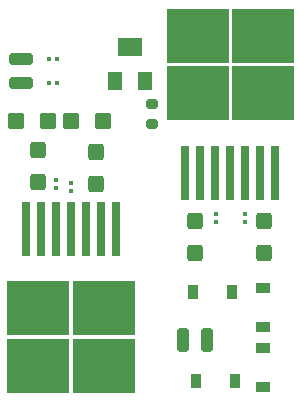
<source format=gbr>
%TF.GenerationSoftware,KiCad,Pcbnew,(6.0.5)*%
%TF.CreationDate,2022-07-12T16:10:34-04:00*%
%TF.ProjectId,torque_motor_design,746f7271-7565-45f6-9d6f-746f725f6465,rev?*%
%TF.SameCoordinates,Original*%
%TF.FileFunction,Paste,Top*%
%TF.FilePolarity,Positive*%
%FSLAX46Y46*%
G04 Gerber Fmt 4.6, Leading zero omitted, Abs format (unit mm)*
G04 Created by KiCad (PCBNEW (6.0.5)) date 2022-07-12 16:10:34*
%MOMM*%
%LPD*%
G01*
G04 APERTURE LIST*
G04 Aperture macros list*
%AMRoundRect*
0 Rectangle with rounded corners*
0 $1 Rounding radius*
0 $2 $3 $4 $5 $6 $7 $8 $9 X,Y pos of 4 corners*
0 Add a 4 corners polygon primitive as box body*
4,1,4,$2,$3,$4,$5,$6,$7,$8,$9,$2,$3,0*
0 Add four circle primitives for the rounded corners*
1,1,$1+$1,$2,$3*
1,1,$1+$1,$4,$5*
1,1,$1+$1,$6,$7*
1,1,$1+$1,$8,$9*
0 Add four rect primitives between the rounded corners*
20,1,$1+$1,$2,$3,$4,$5,0*
20,1,$1+$1,$4,$5,$6,$7,0*
20,1,$1+$1,$6,$7,$8,$9,0*
20,1,$1+$1,$8,$9,$2,$3,0*%
G04 Aperture macros list end*
%ADD10RoundRect,0.079500X0.100500X-0.079500X0.100500X0.079500X-0.100500X0.079500X-0.100500X-0.079500X0*%
%ADD11RoundRect,0.250000X0.425000X-0.450000X0.425000X0.450000X-0.425000X0.450000X-0.425000X-0.450000X0*%
%ADD12RoundRect,0.250000X0.450000X0.425000X-0.450000X0.425000X-0.450000X-0.425000X0.450000X-0.425000X0*%
%ADD13R,1.300000X1.600000*%
%ADD14R,2.000000X1.600000*%
%ADD15RoundRect,0.079500X-0.100500X0.079500X-0.100500X-0.079500X0.100500X-0.079500X0.100500X0.079500X0*%
%ADD16RoundRect,0.079500X0.079500X0.100500X-0.079500X0.100500X-0.079500X-0.100500X0.079500X-0.100500X0*%
%ADD17R,5.250000X4.550000*%
%ADD18R,0.800000X4.600000*%
%ADD19RoundRect,0.250000X0.250000X0.750000X-0.250000X0.750000X-0.250000X-0.750000X0.250000X-0.750000X0*%
%ADD20RoundRect,0.079500X-0.079500X-0.100500X0.079500X-0.100500X0.079500X0.100500X-0.079500X0.100500X0*%
%ADD21R,1.200000X0.900000*%
%ADD22RoundRect,0.250000X-0.450000X-0.425000X0.450000X-0.425000X0.450000X0.425000X-0.450000X0.425000X0*%
%ADD23RoundRect,0.250000X-0.425000X0.450000X-0.425000X-0.450000X0.425000X-0.450000X0.425000X0.450000X0*%
%ADD24R,0.900000X1.200000*%
%ADD25RoundRect,0.250000X0.750000X-0.250000X0.750000X0.250000X-0.750000X0.250000X-0.750000X-0.250000X0*%
%ADD26RoundRect,0.200000X-0.275000X0.200000X-0.275000X-0.200000X0.275000X-0.200000X0.275000X0.200000X0*%
G04 APERTURE END LIST*
D10*
%TO.C,C8*%
X179250000Y-52768000D03*
X179250000Y-52078000D03*
%TD*%
D11*
%TO.C,C6*%
X177673000Y-52277000D03*
X177673000Y-49577000D03*
%TD*%
D12*
%TO.C,C10*%
X183214000Y-47117000D03*
X180514000Y-47117000D03*
%TD*%
D13*
%TO.C,RV1*%
X184250000Y-43750000D03*
D14*
X185500000Y-40850000D03*
D13*
X186750000Y-43750000D03*
%TD*%
D15*
%TO.C,C7*%
X195250000Y-54955000D03*
X195250000Y-55645000D03*
%TD*%
D16*
%TO.C,R6*%
X179295000Y-43900000D03*
X178605000Y-43900000D03*
%TD*%
D17*
%TO.C,U3*%
X191225000Y-39900000D03*
X191225000Y-44750000D03*
X196775000Y-39900000D03*
X196775000Y-44750000D03*
D18*
X190190000Y-51475000D03*
X191460000Y-51475000D03*
X192730000Y-51475000D03*
X194000000Y-51475000D03*
X195270000Y-51475000D03*
X196540000Y-51475000D03*
X197810000Y-51475000D03*
%TD*%
D19*
%TO.C,Motor+1*%
X192050000Y-65600000D03*
%TD*%
D15*
%TO.C,C5*%
X192750000Y-55645000D03*
X192750000Y-54955000D03*
%TD*%
D20*
%TO.C,R5*%
X179295000Y-41850000D03*
X178605000Y-41850000D03*
%TD*%
D21*
%TO.C,D7*%
X196750000Y-66300000D03*
X196750000Y-69600000D03*
%TD*%
D22*
%TO.C,C9*%
X175815000Y-47117000D03*
X178515000Y-47117000D03*
%TD*%
D17*
%TO.C,U2*%
X183275000Y-67800000D03*
X177725000Y-62950000D03*
X177725000Y-67800000D03*
X183275000Y-62950000D03*
D18*
X184310000Y-56225000D03*
X183040000Y-56225000D03*
X181770000Y-56225000D03*
X180500000Y-56225000D03*
X179230000Y-56225000D03*
X177960000Y-56225000D03*
X176690000Y-56225000D03*
%TD*%
D11*
%TO.C,C4*%
X191008000Y-58246000D03*
X191008000Y-55546000D03*
%TD*%
D23*
%TO.C,C12*%
X196850000Y-55546000D03*
X196850000Y-58246000D03*
%TD*%
D24*
%TO.C,D1*%
X190850000Y-61600000D03*
X194150000Y-61600000D03*
%TD*%
D25*
%TO.C,External_(-6V)1*%
X176306000Y-43894000D03*
%TD*%
%TO.C,External_(+6V)1*%
X176306000Y-41850000D03*
%TD*%
D19*
%TO.C,Motor-1*%
X190000000Y-65600000D03*
%TD*%
D26*
%TO.C,R1*%
X187400000Y-45675000D03*
X187400000Y-47325000D03*
%TD*%
D10*
%TO.C,C11*%
X180500000Y-52355000D03*
X180500000Y-53045000D03*
%TD*%
D21*
%TO.C,D5*%
X196800000Y-61200000D03*
X196800000Y-64500000D03*
%TD*%
D23*
%TO.C,C3*%
X182626000Y-49704000D03*
X182626000Y-52404000D03*
%TD*%
D24*
%TO.C,D6*%
X194400000Y-69150000D03*
X191100000Y-69150000D03*
%TD*%
M02*

</source>
